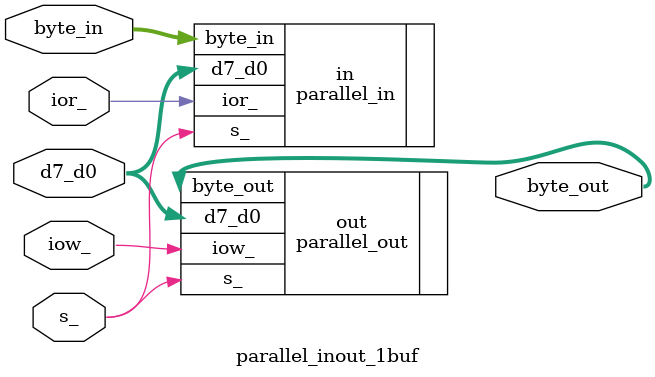
<source format=v>

module parallel_inout_2buf(s_, ior_, iow_, a0, d7_d0, byte_in, 
																													 byte_out);
	input s_, ior_, iow_;
	input a0;
	inout[7:0] d7_d0;
	input[7:0] byte_in;
	output[7:0] byte_out;

	wire sr_;
	assign sr_ = !({s_, a0} == 2'B00);
	
	wire sw_;
	assign sw_ = !({s_, a0} == 2'B01);

	parallel_in in (
		.s_(sr_), .ior_(ior_), .d7_d0(d7_d0), .byte_in(byte_in)
	);
	
	parallel_out out (
		.s_(sw_), .iow_(iow_), .d7_d0(d7_d0), .byte_out(byte_out)
	);
endmodule

// a buffer singolo
module parallel_inout_1buf(s_, ior_, iow_, d7_d0, byte_in, byte_out);
	input s_, ior_, iow_;
	inout[7:0] d7_d0;
	input[7:0] byte_in;
	output[7:0] byte_out;

	parallel_in in (
		.s_(s_), .ior_(ior_), .d7_d0(d7_d0), .byte_in(byte_in)
	);
	
	parallel_out out (
		.s_(s_), .iow_(iow_), .d7_d0(d7_d0), .byte_out(byte_out)
	);
endmodule

</source>
